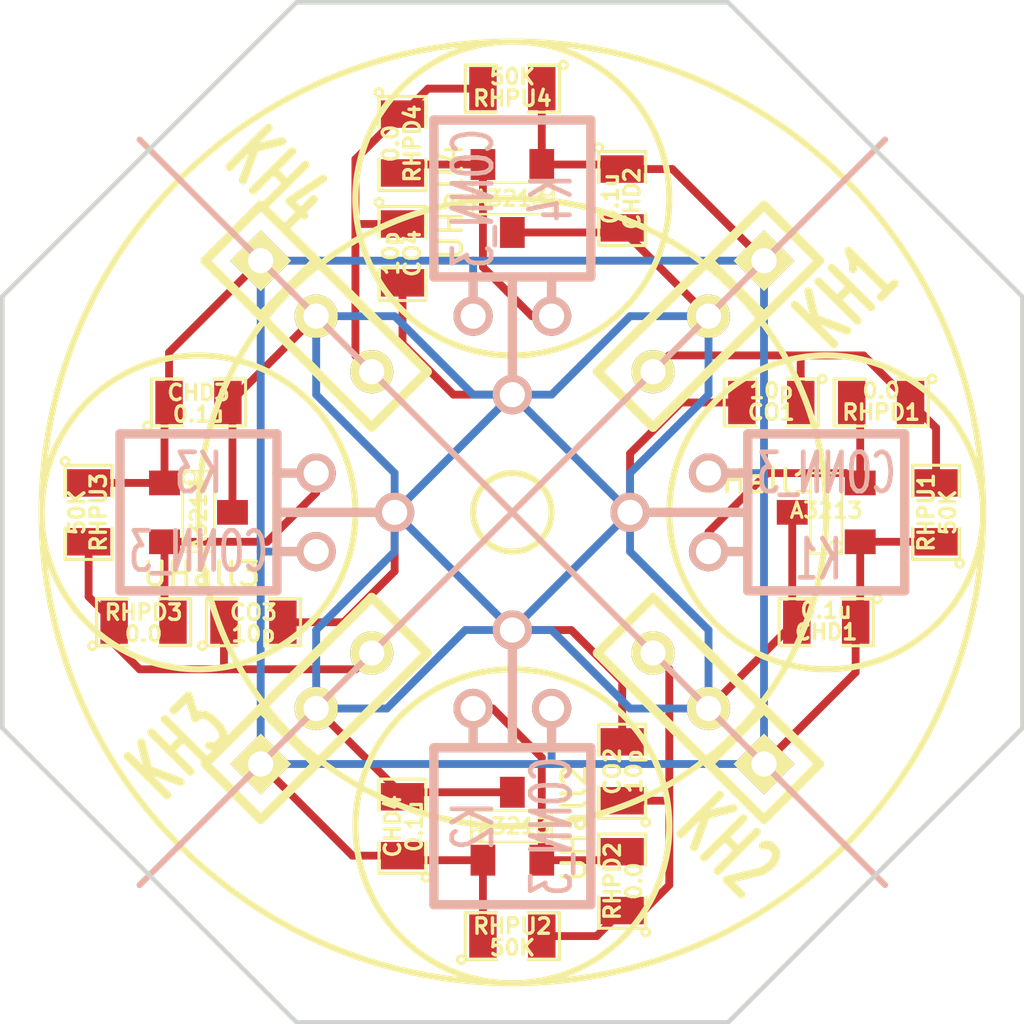
<source format=kicad_pcb>
(kicad_pcb (version 3) (host pcbnew "(2013-mar-25)-stable")

  (general
    (links 58)
    (no_connects 0)
    (area 34.214999 34.214999 67.385001 67.385001)
    (thickness 1.6)
    (drawings 20)
    (tracks 152)
    (zones 0)
    (modules 28)
    (nets 11)
  )

  (page USLetter)
  (layers
    (15 F.Cu signal)
    (0 B.Cu signal)
    (16 B.Adhes user)
    (17 F.Adhes user)
    (18 B.Paste user)
    (19 F.Paste user)
    (20 B.SilkS user)
    (21 F.SilkS user)
    (22 B.Mask user)
    (23 F.Mask user)
    (24 Dwgs.User user)
    (25 Cmts.User user)
    (26 Eco1.User user)
    (27 Eco2.User user)
    (28 Edge.Cuts user)
  )

  (setup
    (last_trace_width 0.254)
    (trace_clearance 0.254)
    (zone_clearance 0.508)
    (zone_45_only no)
    (trace_min 0.1524)
    (segment_width 0.2)
    (edge_width 0.15)
    (via_size 0.889)
    (via_drill 0.635)
    (via_min_size 0.889)
    (via_min_drill 0.508)
    (uvia_size 0.508)
    (uvia_drill 0.127)
    (uvias_allowed no)
    (uvia_min_size 0.508)
    (uvia_min_drill 0.127)
    (pcb_text_width 0.3)
    (pcb_text_size 1 1)
    (mod_edge_width 0.15)
    (mod_text_size 1 1)
    (mod_text_width 0.15)
    (pad_size 1 1)
    (pad_drill 0.6)
    (pad_to_mask_clearance 0)
    (aux_axis_origin 50.8 50.8)
    (visible_elements FFFFFFBF)
    (pcbplotparams
      (layerselection 3178497)
      (usegerberextensions true)
      (excludeedgelayer true)
      (linewidth 152400)
      (plotframeref false)
      (viasonmask false)
      (mode 1)
      (useauxorigin false)
      (hpglpennumber 1)
      (hpglpenspeed 20)
      (hpglpendiameter 15)
      (hpglpenoverlay 2)
      (psnegative false)
      (psa4output false)
      (plotreference true)
      (plotvalue true)
      (plotothertext true)
      (plotinvisibletext false)
      (padsonsilk false)
      (subtractmaskfromsilk false)
      (outputformat 1)
      (mirror false)
      (drillshape 1)
      (scaleselection 1)
      (outputdirectory ""))
  )

  (net 0 "")
  (net 1 +5V)
  (net 2 /hall1)
  (net 3 /hall2)
  (net 4 /hall3)
  (net 5 /hall4)
  (net 6 /vho1)
  (net 7 /vho2)
  (net 8 /vho3)
  (net 9 /vho4)
  (net 10 GND)

  (net_class Default "This is the default net class."
    (clearance 0.254)
    (trace_width 0.254)
    (via_dia 0.889)
    (via_drill 0.635)
    (uvia_dia 0.508)
    (uvia_drill 0.127)
    (add_net "")
    (add_net +5V)
    (add_net /hall1)
    (add_net /hall2)
    (add_net /hall3)
    (add_net /hall4)
    (add_net /vho1)
    (add_net /vho2)
    (add_net /vho3)
    (add_net /vho4)
    (add_net GND)
  )

  (net_class "OSHPark Minimum" ""
    (clearance 0.1524)
    (trace_width 0.1524)
    (via_dia 0.889)
    (via_drill 0.635)
    (uvia_dia 0.508)
    (uvia_drill 0.3302)
  )

  (module SM0805 (layer F.Cu) (tedit 5091495C) (tstamp 524450BF)
    (at 47.244 42.418 270)
    (path /524444BC)
    (attr smd)
    (fp_text reference CO4 (at 0 -0.3175 270) (layer F.SilkS)
      (effects (font (size 0.50038 0.50038) (thickness 0.10922)))
    )
    (fp_text value 10p (at 0 0.381 270) (layer F.SilkS)
      (effects (font (size 0.50038 0.50038) (thickness 0.10922)))
    )
    (fp_circle (center -1.651 0.762) (end -1.651 0.635) (layer F.SilkS) (width 0.09906))
    (fp_line (start -0.508 0.762) (end -1.524 0.762) (layer F.SilkS) (width 0.09906))
    (fp_line (start -1.524 0.762) (end -1.524 -0.762) (layer F.SilkS) (width 0.09906))
    (fp_line (start -1.524 -0.762) (end -0.508 -0.762) (layer F.SilkS) (width 0.09906))
    (fp_line (start 0.508 -0.762) (end 1.524 -0.762) (layer F.SilkS) (width 0.09906))
    (fp_line (start 1.524 -0.762) (end 1.524 0.762) (layer F.SilkS) (width 0.09906))
    (fp_line (start 1.524 0.762) (end 0.508 0.762) (layer F.SilkS) (width 0.09906))
    (pad 1 smd rect (at -0.9525 0 270) (size 0.889 1.397)
      (layers F.Cu F.Paste F.Mask)
      (net 9 /vho4)
    )
    (pad 2 smd rect (at 0.9525 0 270) (size 0.889 1.397)
      (layers F.Cu F.Paste F.Mask)
      (net 10 GND)
    )
    (model smd/chip_cms.wrl
      (at (xyz 0 0 0))
      (scale (xyz 0.1 0.1 0.1))
      (rotate (xyz 0 0 0))
    )
  )

  (module SM0805 (layer F.Cu) (tedit 5091495C) (tstamp 524450CC)
    (at 42.418 54.356)
    (path /524444B6)
    (attr smd)
    (fp_text reference CO3 (at 0 -0.3175) (layer F.SilkS)
      (effects (font (size 0.50038 0.50038) (thickness 0.10922)))
    )
    (fp_text value 10p (at 0 0.381) (layer F.SilkS)
      (effects (font (size 0.50038 0.50038) (thickness 0.10922)))
    )
    (fp_circle (center -1.651 0.762) (end -1.651 0.635) (layer F.SilkS) (width 0.09906))
    (fp_line (start -0.508 0.762) (end -1.524 0.762) (layer F.SilkS) (width 0.09906))
    (fp_line (start -1.524 0.762) (end -1.524 -0.762) (layer F.SilkS) (width 0.09906))
    (fp_line (start -1.524 -0.762) (end -0.508 -0.762) (layer F.SilkS) (width 0.09906))
    (fp_line (start 0.508 -0.762) (end 1.524 -0.762) (layer F.SilkS) (width 0.09906))
    (fp_line (start 1.524 -0.762) (end 1.524 0.762) (layer F.SilkS) (width 0.09906))
    (fp_line (start 1.524 0.762) (end 0.508 0.762) (layer F.SilkS) (width 0.09906))
    (pad 1 smd rect (at -0.9525 0) (size 0.889 1.397)
      (layers F.Cu F.Paste F.Mask)
      (net 8 /vho3)
    )
    (pad 2 smd rect (at 0.9525 0) (size 0.889 1.397)
      (layers F.Cu F.Paste F.Mask)
      (net 10 GND)
    )
    (model smd/chip_cms.wrl
      (at (xyz 0 0 0))
      (scale (xyz 0.1 0.1 0.1))
      (rotate (xyz 0 0 0))
    )
  )

  (module SM0805 (layer F.Cu) (tedit 5091495C) (tstamp 524450D9)
    (at 54.356 59.182 90)
    (path /524444B0)
    (attr smd)
    (fp_text reference CO2 (at 0 -0.3175 90) (layer F.SilkS)
      (effects (font (size 0.50038 0.50038) (thickness 0.10922)))
    )
    (fp_text value 10p (at 0 0.381 90) (layer F.SilkS)
      (effects (font (size 0.50038 0.50038) (thickness 0.10922)))
    )
    (fp_circle (center -1.651 0.762) (end -1.651 0.635) (layer F.SilkS) (width 0.09906))
    (fp_line (start -0.508 0.762) (end -1.524 0.762) (layer F.SilkS) (width 0.09906))
    (fp_line (start -1.524 0.762) (end -1.524 -0.762) (layer F.SilkS) (width 0.09906))
    (fp_line (start -1.524 -0.762) (end -0.508 -0.762) (layer F.SilkS) (width 0.09906))
    (fp_line (start 0.508 -0.762) (end 1.524 -0.762) (layer F.SilkS) (width 0.09906))
    (fp_line (start 1.524 -0.762) (end 1.524 0.762) (layer F.SilkS) (width 0.09906))
    (fp_line (start 1.524 0.762) (end 0.508 0.762) (layer F.SilkS) (width 0.09906))
    (pad 1 smd rect (at -0.9525 0 90) (size 0.889 1.397)
      (layers F.Cu F.Paste F.Mask)
      (net 7 /vho2)
    )
    (pad 2 smd rect (at 0.9525 0 90) (size 0.889 1.397)
      (layers F.Cu F.Paste F.Mask)
      (net 10 GND)
    )
    (model smd/chip_cms.wrl
      (at (xyz 0 0 0))
      (scale (xyz 0.1 0.1 0.1))
      (rotate (xyz 0 0 0))
    )
  )

  (module SM0805 (layer F.Cu) (tedit 5091495C) (tstamp 524450E6)
    (at 59.182 47.244 180)
    (path /524444A3)
    (attr smd)
    (fp_text reference CO1 (at 0 -0.3175 180) (layer F.SilkS)
      (effects (font (size 0.50038 0.50038) (thickness 0.10922)))
    )
    (fp_text value 10p (at 0 0.381 180) (layer F.SilkS)
      (effects (font (size 0.50038 0.50038) (thickness 0.10922)))
    )
    (fp_circle (center -1.651 0.762) (end -1.651 0.635) (layer F.SilkS) (width 0.09906))
    (fp_line (start -0.508 0.762) (end -1.524 0.762) (layer F.SilkS) (width 0.09906))
    (fp_line (start -1.524 0.762) (end -1.524 -0.762) (layer F.SilkS) (width 0.09906))
    (fp_line (start -1.524 -0.762) (end -0.508 -0.762) (layer F.SilkS) (width 0.09906))
    (fp_line (start 0.508 -0.762) (end 1.524 -0.762) (layer F.SilkS) (width 0.09906))
    (fp_line (start 1.524 -0.762) (end 1.524 0.762) (layer F.SilkS) (width 0.09906))
    (fp_line (start 1.524 0.762) (end 0.508 0.762) (layer F.SilkS) (width 0.09906))
    (pad 1 smd rect (at -0.9525 0 180) (size 0.889 1.397)
      (layers F.Cu F.Paste F.Mask)
      (net 6 /vho1)
    )
    (pad 2 smd rect (at 0.9525 0 180) (size 0.889 1.397)
      (layers F.Cu F.Paste F.Mask)
      (net 10 GND)
    )
    (model smd/chip_cms.wrl
      (at (xyz 0 0 0))
      (scale (xyz 0.1 0.1 0.1))
      (rotate (xyz 0 0 0))
    )
  )

  (module SM0805 (layer F.Cu) (tedit 5091495C) (tstamp 524450F3)
    (at 47.244 38.862 270)
    (path /52444296)
    (attr smd)
    (fp_text reference RHPD4 (at 0 -0.3175 270) (layer F.SilkS)
      (effects (font (size 0.50038 0.50038) (thickness 0.10922)))
    )
    (fp_text value 0.0 (at 0 0.381 270) (layer F.SilkS)
      (effects (font (size 0.50038 0.50038) (thickness 0.10922)))
    )
    (fp_circle (center -1.651 0.762) (end -1.651 0.635) (layer F.SilkS) (width 0.09906))
    (fp_line (start -0.508 0.762) (end -1.524 0.762) (layer F.SilkS) (width 0.09906))
    (fp_line (start -1.524 0.762) (end -1.524 -0.762) (layer F.SilkS) (width 0.09906))
    (fp_line (start -1.524 -0.762) (end -0.508 -0.762) (layer F.SilkS) (width 0.09906))
    (fp_line (start 0.508 -0.762) (end 1.524 -0.762) (layer F.SilkS) (width 0.09906))
    (fp_line (start 1.524 -0.762) (end 1.524 0.762) (layer F.SilkS) (width 0.09906))
    (fp_line (start 1.524 0.762) (end 0.508 0.762) (layer F.SilkS) (width 0.09906))
    (pad 1 smd rect (at -0.9525 0 270) (size 0.889 1.397)
      (layers F.Cu F.Paste F.Mask)
      (net 9 /vho4)
    )
    (pad 2 smd rect (at 0.9525 0 270) (size 0.889 1.397)
      (layers F.Cu F.Paste F.Mask)
      (net 5 /hall4)
    )
    (model smd/chip_cms.wrl
      (at (xyz 0 0 0))
      (scale (xyz 0.1 0.1 0.1))
      (rotate (xyz 0 0 0))
    )
  )

  (module SM0805 (layer F.Cu) (tedit 5091495C) (tstamp 52445100)
    (at 38.862 54.356)
    (path /52444287)
    (attr smd)
    (fp_text reference RHPD3 (at 0 -0.3175) (layer F.SilkS)
      (effects (font (size 0.50038 0.50038) (thickness 0.10922)))
    )
    (fp_text value 0.0 (at 0 0.381) (layer F.SilkS)
      (effects (font (size 0.50038 0.50038) (thickness 0.10922)))
    )
    (fp_circle (center -1.651 0.762) (end -1.651 0.635) (layer F.SilkS) (width 0.09906))
    (fp_line (start -0.508 0.762) (end -1.524 0.762) (layer F.SilkS) (width 0.09906))
    (fp_line (start -1.524 0.762) (end -1.524 -0.762) (layer F.SilkS) (width 0.09906))
    (fp_line (start -1.524 -0.762) (end -0.508 -0.762) (layer F.SilkS) (width 0.09906))
    (fp_line (start 0.508 -0.762) (end 1.524 -0.762) (layer F.SilkS) (width 0.09906))
    (fp_line (start 1.524 -0.762) (end 1.524 0.762) (layer F.SilkS) (width 0.09906))
    (fp_line (start 1.524 0.762) (end 0.508 0.762) (layer F.SilkS) (width 0.09906))
    (pad 1 smd rect (at -0.9525 0) (size 0.889 1.397)
      (layers F.Cu F.Paste F.Mask)
      (net 8 /vho3)
    )
    (pad 2 smd rect (at 0.9525 0) (size 0.889 1.397)
      (layers F.Cu F.Paste F.Mask)
      (net 4 /hall3)
    )
    (model smd/chip_cms.wrl
      (at (xyz 0 0 0))
      (scale (xyz 0.1 0.1 0.1))
      (rotate (xyz 0 0 0))
    )
  )

  (module SM0805 (layer F.Cu) (tedit 5091495C) (tstamp 5244510D)
    (at 54.356 62.738 90)
    (path /52444278)
    (attr smd)
    (fp_text reference RHPD2 (at 0 -0.3175 90) (layer F.SilkS)
      (effects (font (size 0.50038 0.50038) (thickness 0.10922)))
    )
    (fp_text value 0.0 (at 0 0.381 90) (layer F.SilkS)
      (effects (font (size 0.50038 0.50038) (thickness 0.10922)))
    )
    (fp_circle (center -1.651 0.762) (end -1.651 0.635) (layer F.SilkS) (width 0.09906))
    (fp_line (start -0.508 0.762) (end -1.524 0.762) (layer F.SilkS) (width 0.09906))
    (fp_line (start -1.524 0.762) (end -1.524 -0.762) (layer F.SilkS) (width 0.09906))
    (fp_line (start -1.524 -0.762) (end -0.508 -0.762) (layer F.SilkS) (width 0.09906))
    (fp_line (start 0.508 -0.762) (end 1.524 -0.762) (layer F.SilkS) (width 0.09906))
    (fp_line (start 1.524 -0.762) (end 1.524 0.762) (layer F.SilkS) (width 0.09906))
    (fp_line (start 1.524 0.762) (end 0.508 0.762) (layer F.SilkS) (width 0.09906))
    (pad 1 smd rect (at -0.9525 0 90) (size 0.889 1.397)
      (layers F.Cu F.Paste F.Mask)
      (net 7 /vho2)
    )
    (pad 2 smd rect (at 0.9525 0 90) (size 0.889 1.397)
      (layers F.Cu F.Paste F.Mask)
      (net 3 /hall2)
    )
    (model smd/chip_cms.wrl
      (at (xyz 0 0 0))
      (scale (xyz 0.1 0.1 0.1))
      (rotate (xyz 0 0 0))
    )
  )

  (module SM0805 (layer F.Cu) (tedit 5091495C) (tstamp 5244511A)
    (at 62.738 47.244 180)
    (path /52444269)
    (attr smd)
    (fp_text reference RHPD1 (at 0 -0.3175 180) (layer F.SilkS)
      (effects (font (size 0.50038 0.50038) (thickness 0.10922)))
    )
    (fp_text value 0.0 (at 0 0.381 180) (layer F.SilkS)
      (effects (font (size 0.50038 0.50038) (thickness 0.10922)))
    )
    (fp_circle (center -1.651 0.762) (end -1.651 0.635) (layer F.SilkS) (width 0.09906))
    (fp_line (start -0.508 0.762) (end -1.524 0.762) (layer F.SilkS) (width 0.09906))
    (fp_line (start -1.524 0.762) (end -1.524 -0.762) (layer F.SilkS) (width 0.09906))
    (fp_line (start -1.524 -0.762) (end -0.508 -0.762) (layer F.SilkS) (width 0.09906))
    (fp_line (start 0.508 -0.762) (end 1.524 -0.762) (layer F.SilkS) (width 0.09906))
    (fp_line (start 1.524 -0.762) (end 1.524 0.762) (layer F.SilkS) (width 0.09906))
    (fp_line (start 1.524 0.762) (end 0.508 0.762) (layer F.SilkS) (width 0.09906))
    (pad 1 smd rect (at -0.9525 0 180) (size 0.889 1.397)
      (layers F.Cu F.Paste F.Mask)
      (net 6 /vho1)
    )
    (pad 2 smd rect (at 0.9525 0 180) (size 0.889 1.397)
      (layers F.Cu F.Paste F.Mask)
      (net 2 /hall1)
    )
    (model smd/chip_cms.wrl
      (at (xyz 0 0 0))
      (scale (xyz 0.1 0.1 0.1))
      (rotate (xyz 0 0 0))
    )
  )

  (module SM0805 (layer F.Cu) (tedit 5091495C) (tstamp 52445127)
    (at 50.8 37.084 180)
    (path /52444100)
    (attr smd)
    (fp_text reference RHPU4 (at 0 -0.3175 180) (layer F.SilkS)
      (effects (font (size 0.50038 0.50038) (thickness 0.10922)))
    )
    (fp_text value 50K (at 0 0.381 180) (layer F.SilkS)
      (effects (font (size 0.50038 0.50038) (thickness 0.10922)))
    )
    (fp_circle (center -1.651 0.762) (end -1.651 0.635) (layer F.SilkS) (width 0.09906))
    (fp_line (start -0.508 0.762) (end -1.524 0.762) (layer F.SilkS) (width 0.09906))
    (fp_line (start -1.524 0.762) (end -1.524 -0.762) (layer F.SilkS) (width 0.09906))
    (fp_line (start -1.524 -0.762) (end -0.508 -0.762) (layer F.SilkS) (width 0.09906))
    (fp_line (start 0.508 -0.762) (end 1.524 -0.762) (layer F.SilkS) (width 0.09906))
    (fp_line (start 1.524 -0.762) (end 1.524 0.762) (layer F.SilkS) (width 0.09906))
    (fp_line (start 1.524 0.762) (end 0.508 0.762) (layer F.SilkS) (width 0.09906))
    (pad 1 smd rect (at -0.9525 0 180) (size 0.889 1.397)
      (layers F.Cu F.Paste F.Mask)
      (net 1 +5V)
    )
    (pad 2 smd rect (at 0.9525 0 180) (size 0.889 1.397)
      (layers F.Cu F.Paste F.Mask)
      (net 9 /vho4)
    )
    (model smd/chip_cms.wrl
      (at (xyz 0 0 0))
      (scale (xyz 0.1 0.1 0.1))
      (rotate (xyz 0 0 0))
    )
  )

  (module SM0805 (layer F.Cu) (tedit 5091495C) (tstamp 52445134)
    (at 37.084 50.8 270)
    (path /524440FA)
    (attr smd)
    (fp_text reference RHPU3 (at 0 -0.3175 270) (layer F.SilkS)
      (effects (font (size 0.50038 0.50038) (thickness 0.10922)))
    )
    (fp_text value 50K (at 0 0.381 270) (layer F.SilkS)
      (effects (font (size 0.50038 0.50038) (thickness 0.10922)))
    )
    (fp_circle (center -1.651 0.762) (end -1.651 0.635) (layer F.SilkS) (width 0.09906))
    (fp_line (start -0.508 0.762) (end -1.524 0.762) (layer F.SilkS) (width 0.09906))
    (fp_line (start -1.524 0.762) (end -1.524 -0.762) (layer F.SilkS) (width 0.09906))
    (fp_line (start -1.524 -0.762) (end -0.508 -0.762) (layer F.SilkS) (width 0.09906))
    (fp_line (start 0.508 -0.762) (end 1.524 -0.762) (layer F.SilkS) (width 0.09906))
    (fp_line (start 1.524 -0.762) (end 1.524 0.762) (layer F.SilkS) (width 0.09906))
    (fp_line (start 1.524 0.762) (end 0.508 0.762) (layer F.SilkS) (width 0.09906))
    (pad 1 smd rect (at -0.9525 0 270) (size 0.889 1.397)
      (layers F.Cu F.Paste F.Mask)
      (net 1 +5V)
    )
    (pad 2 smd rect (at 0.9525 0 270) (size 0.889 1.397)
      (layers F.Cu F.Paste F.Mask)
      (net 8 /vho3)
    )
    (model smd/chip_cms.wrl
      (at (xyz 0 0 0))
      (scale (xyz 0.1 0.1 0.1))
      (rotate (xyz 0 0 0))
    )
  )

  (module SM0805 (layer F.Cu) (tedit 5091495C) (tstamp 52445141)
    (at 50.8 64.516)
    (path /524440F4)
    (attr smd)
    (fp_text reference RHPU2 (at 0 -0.3175) (layer F.SilkS)
      (effects (font (size 0.50038 0.50038) (thickness 0.10922)))
    )
    (fp_text value 50K (at 0 0.381) (layer F.SilkS)
      (effects (font (size 0.50038 0.50038) (thickness 0.10922)))
    )
    (fp_circle (center -1.651 0.762) (end -1.651 0.635) (layer F.SilkS) (width 0.09906))
    (fp_line (start -0.508 0.762) (end -1.524 0.762) (layer F.SilkS) (width 0.09906))
    (fp_line (start -1.524 0.762) (end -1.524 -0.762) (layer F.SilkS) (width 0.09906))
    (fp_line (start -1.524 -0.762) (end -0.508 -0.762) (layer F.SilkS) (width 0.09906))
    (fp_line (start 0.508 -0.762) (end 1.524 -0.762) (layer F.SilkS) (width 0.09906))
    (fp_line (start 1.524 -0.762) (end 1.524 0.762) (layer F.SilkS) (width 0.09906))
    (fp_line (start 1.524 0.762) (end 0.508 0.762) (layer F.SilkS) (width 0.09906))
    (pad 1 smd rect (at -0.9525 0) (size 0.889 1.397)
      (layers F.Cu F.Paste F.Mask)
      (net 1 +5V)
    )
    (pad 2 smd rect (at 0.9525 0) (size 0.889 1.397)
      (layers F.Cu F.Paste F.Mask)
      (net 7 /vho2)
    )
    (model smd/chip_cms.wrl
      (at (xyz 0 0 0))
      (scale (xyz 0.1 0.1 0.1))
      (rotate (xyz 0 0 0))
    )
  )

  (module SM0805 (layer F.Cu) (tedit 5091495C) (tstamp 5244514E)
    (at 64.516 50.8 90)
    (path /524440E7)
    (attr smd)
    (fp_text reference RHPU1 (at 0 -0.3175 90) (layer F.SilkS)
      (effects (font (size 0.50038 0.50038) (thickness 0.10922)))
    )
    (fp_text value 50K (at 0 0.381 90) (layer F.SilkS)
      (effects (font (size 0.50038 0.50038) (thickness 0.10922)))
    )
    (fp_circle (center -1.651 0.762) (end -1.651 0.635) (layer F.SilkS) (width 0.09906))
    (fp_line (start -0.508 0.762) (end -1.524 0.762) (layer F.SilkS) (width 0.09906))
    (fp_line (start -1.524 0.762) (end -1.524 -0.762) (layer F.SilkS) (width 0.09906))
    (fp_line (start -1.524 -0.762) (end -0.508 -0.762) (layer F.SilkS) (width 0.09906))
    (fp_line (start 0.508 -0.762) (end 1.524 -0.762) (layer F.SilkS) (width 0.09906))
    (fp_line (start 1.524 -0.762) (end 1.524 0.762) (layer F.SilkS) (width 0.09906))
    (fp_line (start 1.524 0.762) (end 0.508 0.762) (layer F.SilkS) (width 0.09906))
    (pad 1 smd rect (at -0.9525 0 90) (size 0.889 1.397)
      (layers F.Cu F.Paste F.Mask)
      (net 1 +5V)
    )
    (pad 2 smd rect (at 0.9525 0 90) (size 0.889 1.397)
      (layers F.Cu F.Paste F.Mask)
      (net 6 /vho1)
    )
    (model smd/chip_cms.wrl
      (at (xyz 0 0 0))
      (scale (xyz 0.1 0.1 0.1))
      (rotate (xyz 0 0 0))
    )
  )

  (module SOT23-SPECIAL (layer F.Cu) (tedit 52448C6B) (tstamp 52445055)
    (at 60.96 50.8 90)
    (descr "SZOT23 with PIN 2 and 3 swapped, for Diodes")
    (tags SOT23)
    (path /5244347B)
    (attr smd)
    (fp_text reference UHall1 (at 1.016 -2.286 180) (layer F.SilkS)
      (effects (font (size 0.762 0.762) (thickness 0.11938)))
    )
    (fp_text value A3213 (at 0.0635 0 180) (layer F.SilkS)
      (effects (font (size 0.50038 0.50038) (thickness 0.09906)))
    )
    (fp_circle (center -1.12522 0.29972) (end -1.12522 0.50038) (layer F.SilkS) (width 0.07874))
    (fp_line (start 1.27 -0.508) (end 1.27 0.508) (layer F.SilkS) (width 0.07874))
    (fp_line (start -1.3335 -0.508) (end -1.3335 0.508) (layer F.SilkS) (width 0.07874))
    (fp_line (start 1.27 0.508) (end -1.3335 0.508) (layer F.SilkS) (width 0.07874))
    (fp_line (start -1.3335 -0.508) (end 1.27 -0.508) (layer F.SilkS) (width 0.07874))
    (pad 2 smd rect (at 0 -1.09982 90) (size 0.8001 1.00076)
      (layers F.Cu F.Paste F.Mask)
      (net 10 GND)
    )
    (pad 3 smd rect (at 0.9525 1.09982 90) (size 0.8001 1.00076)
      (layers F.Cu F.Paste F.Mask)
      (net 2 /hall1)
    )
    (pad 1 smd rect (at -0.9525 1.09982 90) (size 0.8001 1.00076)
      (layers F.Cu F.Paste F.Mask)
      (net 1 +5V)
    )
    (model smd\SOT23_3.wrl
      (at (xyz 0 0 0))
      (scale (xyz 0.4 0.4 0.4))
      (rotate (xyz 0 0 180))
    )
  )

  (module SOT23-SPECIAL (layer F.Cu) (tedit 5051A6A7) (tstamp 52445064)
    (at 50.8 60.96)
    (descr "SZOT23 with PIN 2 and 3 swapped, for Diodes")
    (tags SOT23)
    (path /52443498)
    (attr smd)
    (fp_text reference UHall2 (at 1.99898 -0.09906 90) (layer F.SilkS)
      (effects (font (size 0.762 0.762) (thickness 0.11938)))
    )
    (fp_text value A3213 (at 0.0635 0) (layer F.SilkS)
      (effects (font (size 0.50038 0.50038) (thickness 0.09906)))
    )
    (fp_circle (center -1.12522 0.29972) (end -1.12522 0.50038) (layer F.SilkS) (width 0.07874))
    (fp_line (start 1.27 -0.508) (end 1.27 0.508) (layer F.SilkS) (width 0.07874))
    (fp_line (start -1.3335 -0.508) (end -1.3335 0.508) (layer F.SilkS) (width 0.07874))
    (fp_line (start 1.27 0.508) (end -1.3335 0.508) (layer F.SilkS) (width 0.07874))
    (fp_line (start -1.3335 -0.508) (end 1.27 -0.508) (layer F.SilkS) (width 0.07874))
    (pad 2 smd rect (at 0 -1.09982) (size 0.8001 1.00076)
      (layers F.Cu F.Paste F.Mask)
      (net 10 GND)
    )
    (pad 3 smd rect (at 0.9525 1.09982) (size 0.8001 1.00076)
      (layers F.Cu F.Paste F.Mask)
      (net 3 /hall2)
    )
    (pad 1 smd rect (at -0.9525 1.09982) (size 0.8001 1.00076)
      (layers F.Cu F.Paste F.Mask)
      (net 1 +5V)
    )
    (model smd\SOT23_3.wrl
      (at (xyz 0 0 0))
      (scale (xyz 0.4 0.4 0.4))
      (rotate (xyz 0 0 180))
    )
  )

  (module SOT23-SPECIAL (layer F.Cu) (tedit 5051A6A7) (tstamp 52446C24)
    (at 40.64 50.8 270)
    (descr "SZOT23 with PIN 2 and 3 swapped, for Diodes")
    (tags SOT23)
    (path /52443B59)
    (attr smd)
    (fp_text reference UHall3 (at 1.99898 -0.09906 360) (layer F.SilkS)
      (effects (font (size 0.762 0.762) (thickness 0.11938)))
    )
    (fp_text value A3213 (at 0.0635 0 270) (layer F.SilkS)
      (effects (font (size 0.50038 0.50038) (thickness 0.09906)))
    )
    (fp_circle (center -1.12522 0.29972) (end -1.12522 0.50038) (layer F.SilkS) (width 0.07874))
    (fp_line (start 1.27 -0.508) (end 1.27 0.508) (layer F.SilkS) (width 0.07874))
    (fp_line (start -1.3335 -0.508) (end -1.3335 0.508) (layer F.SilkS) (width 0.07874))
    (fp_line (start 1.27 0.508) (end -1.3335 0.508) (layer F.SilkS) (width 0.07874))
    (fp_line (start -1.3335 -0.508) (end 1.27 -0.508) (layer F.SilkS) (width 0.07874))
    (pad 2 smd rect (at 0 -1.09982 270) (size 0.8001 1.00076)
      (layers F.Cu F.Paste F.Mask)
      (net 10 GND)
    )
    (pad 3 smd rect (at 0.9525 1.09982 270) (size 0.8001 1.00076)
      (layers F.Cu F.Paste F.Mask)
      (net 4 /hall3)
    )
    (pad 1 smd rect (at -0.9525 1.09982 270) (size 0.8001 1.00076)
      (layers F.Cu F.Paste F.Mask)
      (net 1 +5V)
    )
    (model smd\SOT23_3.wrl
      (at (xyz 0 0 0))
      (scale (xyz 0.4 0.4 0.4))
      (rotate (xyz 0 0 180))
    )
  )

  (module SOT23-SPECIAL (layer F.Cu) (tedit 5051A6A7) (tstamp 52446C06)
    (at 50.8 40.64 180)
    (descr "SZOT23 with PIN 2 and 3 swapped, for Diodes")
    (tags SOT23)
    (path /52443BB5)
    (attr smd)
    (fp_text reference UHall4 (at 1.99898 -0.09906 270) (layer F.SilkS)
      (effects (font (size 0.762 0.762) (thickness 0.11938)))
    )
    (fp_text value A3213 (at 0.0635 0 180) (layer F.SilkS)
      (effects (font (size 0.50038 0.50038) (thickness 0.09906)))
    )
    (fp_circle (center -1.12522 0.29972) (end -1.12522 0.50038) (layer F.SilkS) (width 0.07874))
    (fp_line (start 1.27 -0.508) (end 1.27 0.508) (layer F.SilkS) (width 0.07874))
    (fp_line (start -1.3335 -0.508) (end -1.3335 0.508) (layer F.SilkS) (width 0.07874))
    (fp_line (start 1.27 0.508) (end -1.3335 0.508) (layer F.SilkS) (width 0.07874))
    (fp_line (start -1.3335 -0.508) (end 1.27 -0.508) (layer F.SilkS) (width 0.07874))
    (pad 2 smd rect (at 0 -1.09982 180) (size 0.8001 1.00076)
      (layers F.Cu F.Paste F.Mask)
      (net 10 GND)
    )
    (pad 3 smd rect (at 0.9525 1.09982 180) (size 0.8001 1.00076)
      (layers F.Cu F.Paste F.Mask)
      (net 5 /hall4)
    )
    (pad 1 smd rect (at -0.9525 1.09982 180) (size 0.8001 1.00076)
      (layers F.Cu F.Paste F.Mask)
      (net 1 +5V)
    )
    (model smd\SOT23_3.wrl
      (at (xyz 0 0 0))
      (scale (xyz 0.4 0.4 0.4))
      (rotate (xyz 0 0 180))
    )
  )

  (module SIL-3 (layer F.Cu) (tedit 5244E312) (tstamp 5244DDEE)
    (at 57.15 44.45 225)
    (descr "Connecteur 3 pins")
    (tags "CONN DEV")
    (path /5244802B)
    (fp_text reference KH1 (at -3.592102 -2.694077 225) (layer F.SilkS)
      (effects (font (size 1.7907 1.07696) (thickness 0.3048)))
    )
    (fp_text value CONN_3 (at 0 -2.54 225) (layer F.SilkS) hide
      (effects (font (size 1.524 1.016) (thickness 0.3048)))
    )
    (fp_line (start -3.81 1.27) (end -3.81 -1.27) (layer F.SilkS) (width 0.3048))
    (fp_line (start -3.81 -1.27) (end 3.81 -1.27) (layer F.SilkS) (width 0.3048))
    (fp_line (start 3.81 -1.27) (end 3.81 1.27) (layer F.SilkS) (width 0.3048))
    (fp_line (start 3.81 1.27) (end -3.81 1.27) (layer F.SilkS) (width 0.3048))
    (fp_line (start -1.27 -1.27) (end -1.27 1.27) (layer F.SilkS) (width 0.3048))
    (pad 1 thru_hole rect (at -2.54 0 225) (size 1.397 1.397) (drill 0.8128)
      (layers *.Cu *.Mask F.SilkS)
      (net 1 +5V)
    )
    (pad 2 thru_hole circle (at 0 0 225) (size 1.397 1.397) (drill 0.8128)
      (layers *.Cu *.Mask F.SilkS)
      (net 10 GND)
    )
    (pad 3 thru_hole circle (at 2.54 0 225) (size 1.397 1.397) (drill 0.8128)
      (layers *.Cu *.Mask F.SilkS)
      (net 6 /vho1)
    )
  )

  (module SIL-3 (layer F.Cu) (tedit 5244E316) (tstamp 5244E26A)
    (at 57.15 57.15 135)
    (descr "Connecteur 3 pins")
    (tags "CONN DEV")
    (path /52448038)
    (fp_text reference KH2 (at -3.592102 -2.694077 135) (layer F.SilkS)
      (effects (font (size 1.7907 1.07696) (thickness 0.3048)))
    )
    (fp_text value CONN_3 (at 0 -2.54 135) (layer F.SilkS) hide
      (effects (font (size 1.524 1.016) (thickness 0.3048)))
    )
    (fp_line (start -3.81 1.27) (end -3.81 -1.27) (layer F.SilkS) (width 0.3048))
    (fp_line (start -3.81 -1.27) (end 3.81 -1.27) (layer F.SilkS) (width 0.3048))
    (fp_line (start 3.81 -1.27) (end 3.81 1.27) (layer F.SilkS) (width 0.3048))
    (fp_line (start 3.81 1.27) (end -3.81 1.27) (layer F.SilkS) (width 0.3048))
    (fp_line (start -1.27 -1.27) (end -1.27 1.27) (layer F.SilkS) (width 0.3048))
    (pad 1 thru_hole rect (at -2.54 0 135) (size 1.397 1.397) (drill 0.8128)
      (layers *.Cu *.Mask F.SilkS)
      (net 1 +5V)
    )
    (pad 2 thru_hole circle (at 0 0 135) (size 1.397 1.397) (drill 0.8128)
      (layers *.Cu *.Mask F.SilkS)
      (net 10 GND)
    )
    (pad 3 thru_hole circle (at 2.54 0 135) (size 1.397 1.397) (drill 0.8128)
      (layers *.Cu *.Mask F.SilkS)
      (net 7 /vho2)
    )
  )

  (module SIL-3 (layer F.Cu) (tedit 5244E33B) (tstamp 52448031)
    (at 44.45 57.15 45)
    (descr "Connecteur 3 pins")
    (tags "CONN DEV")
    (path /5244803E)
    (fp_text reference KH3 (at -4.041115 -2.245064 45) (layer F.SilkS)
      (effects (font (size 1.7907 1.07696) (thickness 0.3048)))
    )
    (fp_text value CONN_3 (at 0 -2.54 45) (layer F.SilkS) hide
      (effects (font (size 1.524 1.016) (thickness 0.3048)))
    )
    (fp_line (start -3.81 1.27) (end -3.81 -1.27) (layer F.SilkS) (width 0.3048))
    (fp_line (start -3.81 -1.27) (end 3.81 -1.27) (layer F.SilkS) (width 0.3048))
    (fp_line (start 3.81 -1.27) (end 3.81 1.27) (layer F.SilkS) (width 0.3048))
    (fp_line (start 3.81 1.27) (end -3.81 1.27) (layer F.SilkS) (width 0.3048))
    (fp_line (start -1.27 -1.27) (end -1.27 1.27) (layer F.SilkS) (width 0.3048))
    (pad 1 thru_hole rect (at -2.54 0 45) (size 1.397 1.397) (drill 0.8128)
      (layers *.Cu *.Mask F.SilkS)
      (net 1 +5V)
    )
    (pad 2 thru_hole circle (at 0 0 45) (size 1.397 1.397) (drill 0.8128)
      (layers *.Cu *.Mask F.SilkS)
      (net 10 GND)
    )
    (pad 3 thru_hole circle (at 2.54 0 45) (size 1.397 1.397) (drill 0.8128)
      (layers *.Cu *.Mask F.SilkS)
      (net 8 /vho3)
    )
  )

  (module SIL-3 (layer F.Cu) (tedit 5244E346) (tstamp 5244803D)
    (at 44.45 44.45 315)
    (descr "Connecteur 3 pins")
    (tags "CONN DEV")
    (path /52448044)
    (fp_text reference KH4 (at -4.041115 -2.245064 315) (layer F.SilkS)
      (effects (font (size 1.7907 1.07696) (thickness 0.3048)))
    )
    (fp_text value CONN_3 (at 0 -2.54 315) (layer F.SilkS) hide
      (effects (font (size 1.524 1.016) (thickness 0.3048)))
    )
    (fp_line (start -3.81 1.27) (end -3.81 -1.27) (layer F.SilkS) (width 0.3048))
    (fp_line (start -3.81 -1.27) (end 3.81 -1.27) (layer F.SilkS) (width 0.3048))
    (fp_line (start 3.81 -1.27) (end 3.81 1.27) (layer F.SilkS) (width 0.3048))
    (fp_line (start 3.81 1.27) (end -3.81 1.27) (layer F.SilkS) (width 0.3048))
    (fp_line (start -1.27 -1.27) (end -1.27 1.27) (layer F.SilkS) (width 0.3048))
    (pad 1 thru_hole rect (at -2.54 0 315) (size 1.397 1.397) (drill 0.8128)
      (layers *.Cu *.Mask F.SilkS)
      (net 1 +5V)
    )
    (pad 2 thru_hole circle (at 0 0 315) (size 1.397 1.397) (drill 0.8128)
      (layers *.Cu *.Mask F.SilkS)
      (net 10 GND)
    )
    (pad 3 thru_hole circle (at 2.54 0 315) (size 1.397 1.397) (drill 0.8128)
      (layers *.Cu *.Mask F.SilkS)
      (net 9 /vho4)
    )
  )

  (module SM0805 (layer F.Cu) (tedit 5091495C) (tstamp 5244508E)
    (at 60.96 54.356 180)
    (path /52443F3E)
    (attr smd)
    (fp_text reference CHD1 (at 0 -0.3175 180) (layer F.SilkS)
      (effects (font (size 0.50038 0.50038) (thickness 0.10922)))
    )
    (fp_text value 0.1u (at 0 0.381 180) (layer F.SilkS)
      (effects (font (size 0.50038 0.50038) (thickness 0.10922)))
    )
    (fp_circle (center -1.651 0.762) (end -1.651 0.635) (layer F.SilkS) (width 0.09906))
    (fp_line (start -0.508 0.762) (end -1.524 0.762) (layer F.SilkS) (width 0.09906))
    (fp_line (start -1.524 0.762) (end -1.524 -0.762) (layer F.SilkS) (width 0.09906))
    (fp_line (start -1.524 -0.762) (end -0.508 -0.762) (layer F.SilkS) (width 0.09906))
    (fp_line (start 0.508 -0.762) (end 1.524 -0.762) (layer F.SilkS) (width 0.09906))
    (fp_line (start 1.524 -0.762) (end 1.524 0.762) (layer F.SilkS) (width 0.09906))
    (fp_line (start 1.524 0.762) (end 0.508 0.762) (layer F.SilkS) (width 0.09906))
    (pad 1 smd rect (at -0.9525 0 180) (size 0.889 1.397)
      (layers F.Cu F.Paste F.Mask)
      (net 1 +5V)
    )
    (pad 2 smd rect (at 0.9525 0 180) (size 0.889 1.397)
      (layers F.Cu F.Paste F.Mask)
      (net 10 GND)
    )
    (model smd/chip_cms.wrl
      (at (xyz 0 0 0))
      (scale (xyz 0.1 0.1 0.1))
      (rotate (xyz 0 0 0))
    )
  )

  (module SM0805 (layer F.Cu) (tedit 5091495C) (tstamp 5244509A)
    (at 54.356 40.64 270)
    (path /52443F4D)
    (attr smd)
    (fp_text reference CHD2 (at 0 -0.3175 270) (layer F.SilkS)
      (effects (font (size 0.50038 0.50038) (thickness 0.10922)))
    )
    (fp_text value 0.1u (at 0 0.381 270) (layer F.SilkS)
      (effects (font (size 0.50038 0.50038) (thickness 0.10922)))
    )
    (fp_circle (center -1.651 0.762) (end -1.651 0.635) (layer F.SilkS) (width 0.09906))
    (fp_line (start -0.508 0.762) (end -1.524 0.762) (layer F.SilkS) (width 0.09906))
    (fp_line (start -1.524 0.762) (end -1.524 -0.762) (layer F.SilkS) (width 0.09906))
    (fp_line (start -1.524 -0.762) (end -0.508 -0.762) (layer F.SilkS) (width 0.09906))
    (fp_line (start 0.508 -0.762) (end 1.524 -0.762) (layer F.SilkS) (width 0.09906))
    (fp_line (start 1.524 -0.762) (end 1.524 0.762) (layer F.SilkS) (width 0.09906))
    (fp_line (start 1.524 0.762) (end 0.508 0.762) (layer F.SilkS) (width 0.09906))
    (pad 1 smd rect (at -0.9525 0 270) (size 0.889 1.397)
      (layers F.Cu F.Paste F.Mask)
      (net 1 +5V)
    )
    (pad 2 smd rect (at 0.9525 0 270) (size 0.889 1.397)
      (layers F.Cu F.Paste F.Mask)
      (net 10 GND)
    )
    (model smd/chip_cms.wrl
      (at (xyz 0 0 0))
      (scale (xyz 0.1 0.1 0.1))
      (rotate (xyz 0 0 0))
    )
  )

  (module SM0805 (layer F.Cu) (tedit 5091495C) (tstamp 524450A6)
    (at 40.64 47.244)
    (path /52443F55)
    (attr smd)
    (fp_text reference CHD3 (at 0 -0.3175) (layer F.SilkS)
      (effects (font (size 0.50038 0.50038) (thickness 0.10922)))
    )
    (fp_text value 0.1u (at 0 0.381) (layer F.SilkS)
      (effects (font (size 0.50038 0.50038) (thickness 0.10922)))
    )
    (fp_circle (center -1.651 0.762) (end -1.651 0.635) (layer F.SilkS) (width 0.09906))
    (fp_line (start -0.508 0.762) (end -1.524 0.762) (layer F.SilkS) (width 0.09906))
    (fp_line (start -1.524 0.762) (end -1.524 -0.762) (layer F.SilkS) (width 0.09906))
    (fp_line (start -1.524 -0.762) (end -0.508 -0.762) (layer F.SilkS) (width 0.09906))
    (fp_line (start 0.508 -0.762) (end 1.524 -0.762) (layer F.SilkS) (width 0.09906))
    (fp_line (start 1.524 -0.762) (end 1.524 0.762) (layer F.SilkS) (width 0.09906))
    (fp_line (start 1.524 0.762) (end 0.508 0.762) (layer F.SilkS) (width 0.09906))
    (pad 1 smd rect (at -0.9525 0) (size 0.889 1.397)
      (layers F.Cu F.Paste F.Mask)
      (net 1 +5V)
    )
    (pad 2 smd rect (at 0.9525 0) (size 0.889 1.397)
      (layers F.Cu F.Paste F.Mask)
      (net 10 GND)
    )
    (model smd/chip_cms.wrl
      (at (xyz 0 0 0))
      (scale (xyz 0.1 0.1 0.1))
      (rotate (xyz 0 0 0))
    )
  )

  (module SM0805 (layer F.Cu) (tedit 5091495C) (tstamp 524450B2)
    (at 47.244 60.96 90)
    (path /52443F5C)
    (attr smd)
    (fp_text reference CHD4 (at 0 -0.3175 90) (layer F.SilkS)
      (effects (font (size 0.50038 0.50038) (thickness 0.10922)))
    )
    (fp_text value 0.1u (at 0 0.381 90) (layer F.SilkS)
      (effects (font (size 0.50038 0.50038) (thickness 0.10922)))
    )
    (fp_circle (center -1.651 0.762) (end -1.651 0.635) (layer F.SilkS) (width 0.09906))
    (fp_line (start -0.508 0.762) (end -1.524 0.762) (layer F.SilkS) (width 0.09906))
    (fp_line (start -1.524 0.762) (end -1.524 -0.762) (layer F.SilkS) (width 0.09906))
    (fp_line (start -1.524 -0.762) (end -0.508 -0.762) (layer F.SilkS) (width 0.09906))
    (fp_line (start 0.508 -0.762) (end 1.524 -0.762) (layer F.SilkS) (width 0.09906))
    (fp_line (start 1.524 -0.762) (end 1.524 0.762) (layer F.SilkS) (width 0.09906))
    (fp_line (start 1.524 0.762) (end 0.508 0.762) (layer F.SilkS) (width 0.09906))
    (pad 1 smd rect (at -0.9525 0 90) (size 0.889 1.397)
      (layers F.Cu F.Paste F.Mask)
      (net 1 +5V)
    )
    (pad 2 smd rect (at 0.9525 0 90) (size 0.889 1.397)
      (layers F.Cu F.Paste F.Mask)
      (net 10 GND)
    )
    (model smd/chip_cms.wrl
      (at (xyz 0 0 0))
      (scale (xyz 0.1 0.1 0.1))
      (rotate (xyz 0 0 0))
    )
  )

  (module TO92H (layer B.Cu) (tedit 52448F4C) (tstamp 52448EC4)
    (at 55.88 50.8)
    (path /52449005)
    (fp_text reference K1 (at 4.826 1.524) (layer B.SilkS)
      (effects (font (size 1.27 0.762) (thickness 0.1524)) (justify mirror))
    )
    (fp_text value CONN_3 (at 5.08 -1.27) (layer B.SilkS)
      (effects (font (size 1.27 0.762) (thickness 0.1524)) (justify mirror))
    )
    (fp_line (start 2.54 2.54) (end 7.62 2.54) (layer B.SilkS) (width 0.3048))
    (fp_line (start 7.62 2.54) (end 7.62 -2.54) (layer B.SilkS) (width 0.3048))
    (fp_line (start 7.62 -2.54) (end 2.54 -2.54) (layer B.SilkS) (width 0.3048))
    (fp_line (start 2.54 -2.54) (end 2.54 2.54) (layer B.SilkS) (width 0.3048))
    (fp_line (start 1.27 1.27) (end 2.54 1.27) (layer B.SilkS) (width 0.3048))
    (fp_line (start -1.27 0) (end 2.54 0) (layer B.SilkS) (width 0.3048))
    (fp_line (start 1.27 -1.27) (end 2.54 -1.27) (layer B.SilkS) (width 0.3048))
    (pad 2 thru_hole circle (at -1.27 0) (size 1.27 1.27) (drill 0.8128)
      (layers *.Cu *.Mask B.SilkS)
      (net 10 GND)
    )
    (pad 1 thru_hole circle (at 1.27 -1.27) (size 1.27 1.27) (drill 0.8128)
      (layers *.Cu *.Mask B.SilkS)
      (net 1 +5V)
    )
    (pad 3 thru_hole circle (at 1.27 1.27) (size 1.27 1.27) (drill 0.8128)
      (layers *.Cu *.Mask B.SilkS)
      (net 2 /hall1)
    )
  )

  (module TO92H (layer B.Cu) (tedit 45128CBD) (tstamp 52448ED2)
    (at 50.8 55.88 270)
    (path /5244912D)
    (fp_text reference K2 (at 5.08 1.27 270) (layer B.SilkS)
      (effects (font (size 1.27 0.762) (thickness 0.1524)) (justify mirror))
    )
    (fp_text value CONN_3 (at 5.08 -1.27 270) (layer B.SilkS)
      (effects (font (size 1.27 0.762) (thickness 0.1524)) (justify mirror))
    )
    (fp_line (start 2.54 2.54) (end 7.62 2.54) (layer B.SilkS) (width 0.3048))
    (fp_line (start 7.62 2.54) (end 7.62 -2.54) (layer B.SilkS) (width 0.3048))
    (fp_line (start 7.62 -2.54) (end 2.54 -2.54) (layer B.SilkS) (width 0.3048))
    (fp_line (start 2.54 -2.54) (end 2.54 2.54) (layer B.SilkS) (width 0.3048))
    (fp_line (start 1.27 1.27) (end 2.54 1.27) (layer B.SilkS) (width 0.3048))
    (fp_line (start -1.27 0) (end 2.54 0) (layer B.SilkS) (width 0.3048))
    (fp_line (start 1.27 -1.27) (end 2.54 -1.27) (layer B.SilkS) (width 0.3048))
    (pad 2 thru_hole circle (at -1.27 0 270) (size 1.27 1.27) (drill 0.8128)
      (layers *.Cu *.Mask B.SilkS)
      (net 10 GND)
    )
    (pad 1 thru_hole circle (at 1.27 -1.27 270) (size 1.27 1.27) (drill 0.8128)
      (layers *.Cu *.Mask B.SilkS)
      (net 1 +5V)
    )
    (pad 3 thru_hole circle (at 1.27 1.27 270) (size 1.27 1.27) (drill 0.8128)
      (layers *.Cu *.Mask B.SilkS)
      (net 3 /hall2)
    )
  )

  (module TO92H (layer B.Cu) (tedit 45128CBD) (tstamp 52448EE0)
    (at 45.72 50.8 180)
    (path /52449151)
    (fp_text reference K3 (at 5.08 1.27 180) (layer B.SilkS)
      (effects (font (size 1.27 0.762) (thickness 0.1524)) (justify mirror))
    )
    (fp_text value CONN_3 (at 5.08 -1.27 180) (layer B.SilkS)
      (effects (font (size 1.27 0.762) (thickness 0.1524)) (justify mirror))
    )
    (fp_line (start 2.54 2.54) (end 7.62 2.54) (layer B.SilkS) (width 0.3048))
    (fp_line (start 7.62 2.54) (end 7.62 -2.54) (layer B.SilkS) (width 0.3048))
    (fp_line (start 7.62 -2.54) (end 2.54 -2.54) (layer B.SilkS) (width 0.3048))
    (fp_line (start 2.54 -2.54) (end 2.54 2.54) (layer B.SilkS) (width 0.3048))
    (fp_line (start 1.27 1.27) (end 2.54 1.27) (layer B.SilkS) (width 0.3048))
    (fp_line (start -1.27 0) (end 2.54 0) (layer B.SilkS) (width 0.3048))
    (fp_line (start 1.27 -1.27) (end 2.54 -1.27) (layer B.SilkS) (width 0.3048))
    (pad 2 thru_hole circle (at -1.27 0 180) (size 1.27 1.27) (drill 0.8128)
      (layers *.Cu *.Mask B.SilkS)
      (net 10 GND)
    )
    (pad 1 thru_hole circle (at 1.27 -1.27 180) (size 1.27 1.27) (drill 0.8128)
      (layers *.Cu *.Mask B.SilkS)
      (net 1 +5V)
    )
    (pad 3 thru_hole circle (at 1.27 1.27 180) (size 1.27 1.27) (drill 0.8128)
      (layers *.Cu *.Mask B.SilkS)
      (net 4 /hall3)
    )
  )

  (module TO92H (layer B.Cu) (tedit 45128CBD) (tstamp 52448EEE)
    (at 50.8 45.72 90)
    (path /52449166)
    (fp_text reference K4 (at 5.08 1.27 90) (layer B.SilkS)
      (effects (font (size 1.27 0.762) (thickness 0.1524)) (justify mirror))
    )
    (fp_text value CONN_3 (at 5.08 -1.27 90) (layer B.SilkS)
      (effects (font (size 1.27 0.762) (thickness 0.1524)) (justify mirror))
    )
    (fp_line (start 2.54 2.54) (end 7.62 2.54) (layer B.SilkS) (width 0.3048))
    (fp_line (start 7.62 2.54) (end 7.62 -2.54) (layer B.SilkS) (width 0.3048))
    (fp_line (start 7.62 -2.54) (end 2.54 -2.54) (layer B.SilkS) (width 0.3048))
    (fp_line (start 2.54 -2.54) (end 2.54 2.54) (layer B.SilkS) (width 0.3048))
    (fp_line (start 1.27 1.27) (end 2.54 1.27) (layer B.SilkS) (width 0.3048))
    (fp_line (start -1.27 0) (end 2.54 0) (layer B.SilkS) (width 0.3048))
    (fp_line (start 1.27 -1.27) (end 2.54 -1.27) (layer B.SilkS) (width 0.3048))
    (pad 2 thru_hole circle (at -1.27 0 90) (size 1.27 1.27) (drill 0.8128)
      (layers *.Cu *.Mask B.SilkS)
      (net 10 GND)
    )
    (pad 1 thru_hole circle (at 1.27 -1.27 90) (size 1.27 1.27) (drill 0.8128)
      (layers *.Cu *.Mask B.SilkS)
      (net 1 +5V)
    )
    (pad 3 thru_hole circle (at 1.27 1.27 90) (size 1.27 1.27) (drill 0.8128)
      (layers *.Cu *.Mask B.SilkS)
      (net 5 /hall4)
    )
  )

  (gr_line (start 34.29 57.785) (end 34.29 50.8) (angle 90) (layer Edge.Cuts) (width 0.15))
  (gr_line (start 43.815 67.31) (end 34.29 57.785) (angle 90) (layer Edge.Cuts) (width 0.15))
  (gr_line (start 57.785 67.31) (end 43.815 67.31) (angle 90) (layer Edge.Cuts) (width 0.15))
  (gr_line (start 67.31 57.785) (end 57.785 67.31) (angle 90) (layer Edge.Cuts) (width 0.15))
  (gr_line (start 67.31 43.815) (end 67.31 57.785) (angle 90) (layer Edge.Cuts) (width 0.15))
  (gr_line (start 57.785 34.29) (end 67.31 43.815) (angle 90) (layer Edge.Cuts) (width 0.15))
  (gr_line (start 43.815 34.29) (end 57.785 34.29) (angle 90) (layer Edge.Cuts) (width 0.15))
  (gr_line (start 34.29 43.815) (end 43.815 34.29) (angle 90) (layer Edge.Cuts) (width 0.15))
  (gr_line (start 34.29 50.8) (end 34.29 43.815) (angle 90) (layer Edge.Cuts) (width 0.15))
  (gr_line (start 50.8 50.8) (end 38.735 38.735) (angle 90) (layer B.SilkS) (width 0.2))
  (gr_line (start 50.8 50.8) (end 38.735 62.865) (angle 90) (layer B.SilkS) (width 0.2))
  (gr_line (start 50.8 50.8) (end 62.865 62.865) (angle 90) (layer B.SilkS) (width 0.2))
  (gr_line (start 50.8 50.8) (end 62.865 38.735) (angle 90) (layer B.SilkS) (width 0.2))
  (gr_circle (center 50.8 40.64) (end 50.8 35.56) (layer F.SilkS) (width 0.2))
  (gr_circle (center 40.64 50.8) (end 35.56 50.8) (layer F.SilkS) (width 0.2))
  (gr_circle (center 50.8 60.96) (end 50.8 66.04) (layer F.SilkS) (width 0.2))
  (gr_circle (center 60.96 50.8) (end 66.04 50.8) (layer F.SilkS) (width 0.2))
  (gr_circle (center 50.8 50.8) (end 66.04 50.8) (layer F.SilkS) (width 0.2))
  (gr_circle (center 50.8 50.8) (end 52.07 50.8) (layer F.SilkS) (width 0.2))
  (gr_circle (center 50.8 50.8) (end 60.96 50.8) (layer F.SilkS) (width 0.2))

  (segment (start 49.53 44.45) (end 49.53 42.653949) (width 0.254) (layer B.Cu) (net 1))
  (segment (start 49.53 42.653949) (end 49.53 42.672) (width 0.254) (layer B.Cu) (net 1) (tstamp 5244E9D1))
  (segment (start 49.53 42.672) (end 49.53 42.653949) (width 0.254) (layer B.Cu) (net 1) (tstamp 5244E9D3))
  (segment (start 44.45 52.07) (end 42.653949 52.07) (width 0.254) (layer B.Cu) (net 1))
  (segment (start 42.653949 52.07) (end 42.672 52.07) (width 0.254) (layer B.Cu) (net 1) (tstamp 5244E9CC))
  (segment (start 42.672 52.07) (end 42.653949 52.07) (width 0.254) (layer B.Cu) (net 1) (tstamp 5244E9CE))
  (segment (start 52.07 57.15) (end 52.07 58.946051) (width 0.254) (layer B.Cu) (net 1))
  (segment (start 52.07 58.946051) (end 52.07 58.928) (width 0.254) (layer B.Cu) (net 1) (tstamp 5244E9C7))
  (segment (start 52.07 58.928) (end 52.07 58.946051) (width 0.254) (layer B.Cu) (net 1) (tstamp 5244E9C9))
  (segment (start 57.15 49.53) (end 58.946051 49.53) (width 0.254) (layer B.Cu) (net 1))
  (segment (start 58.946051 49.53) (end 58.928 49.53) (width 0.254) (layer B.Cu) (net 1) (tstamp 5244E9C2))
  (segment (start 58.928 49.53) (end 58.946051 49.53) (width 0.254) (layer B.Cu) (net 1) (tstamp 5244E9C4))
  (segment (start 58.946051 42.653949) (end 58.946051 49.53) (width 0.254) (layer B.Cu) (net 1))
  (segment (start 58.946051 49.53) (end 58.946051 58.946051) (width 0.254) (layer B.Cu) (net 1) (tstamp 5244E9C5))
  (segment (start 58.946051 58.946051) (end 52.07 58.946051) (width 0.254) (layer B.Cu) (net 1) (tstamp 5244E9A9))
  (segment (start 52.07 58.946051) (end 42.653949 58.946051) (width 0.254) (layer B.Cu) (net 1) (tstamp 5244E9CA))
  (segment (start 42.653949 58.946051) (end 42.653949 52.07) (width 0.254) (layer B.Cu) (net 1) (tstamp 5244E9AC))
  (segment (start 42.653949 52.07) (end 42.653949 42.653949) (width 0.254) (layer B.Cu) (net 1) (tstamp 5244E9CF))
  (segment (start 42.653949 42.653949) (end 49.53 42.653949) (width 0.254) (layer B.Cu) (net 1) (tstamp 5244E9B8))
  (segment (start 49.53 42.653949) (end 58.946051 42.653949) (width 0.254) (layer B.Cu) (net 1) (tstamp 5244E9D4))
  (segment (start 51.7525 39.54018) (end 51.7525 37.084) (width 0.254) (layer F.Cu) (net 1))
  (segment (start 51.7525 39.54018) (end 54.20868 39.54018) (width 0.254) (layer F.Cu) (net 1))
  (segment (start 54.20868 39.54018) (end 54.356 39.6875) (width 0.254) (layer F.Cu) (net 1) (tstamp 5244E616))
  (segment (start 54.356 39.6875) (end 55.979602 39.6875) (width 0.254) (layer F.Cu) (net 1))
  (segment (start 55.979602 39.6875) (end 58.946051 42.653949) (width 0.254) (layer F.Cu) (net 1) (tstamp 5244E611))
  (segment (start 39.54018 49.8475) (end 37.084 49.8475) (width 0.254) (layer F.Cu) (net 1))
  (segment (start 39.54018 49.8475) (end 39.54018 47.39132) (width 0.254) (layer F.Cu) (net 1))
  (segment (start 39.54018 47.39132) (end 39.6875 47.244) (width 0.254) (layer F.Cu) (net 1) (tstamp 5244E609))
  (segment (start 39.6875 47.244) (end 39.6875 45.620398) (width 0.254) (layer F.Cu) (net 1))
  (segment (start 39.6875 45.620398) (end 42.653949 42.653949) (width 0.254) (layer F.Cu) (net 1) (tstamp 5244E604))
  (segment (start 49.8475 62.05982) (end 49.8475 64.516) (width 0.254) (layer F.Cu) (net 1))
  (segment (start 49.8475 62.05982) (end 47.39132 62.05982) (width 0.254) (layer F.Cu) (net 1))
  (segment (start 47.39132 62.05982) (end 47.244 61.9125) (width 0.254) (layer F.Cu) (net 1) (tstamp 5244E5F7))
  (segment (start 47.244 61.9125) (end 45.620398 61.9125) (width 0.254) (layer F.Cu) (net 1))
  (segment (start 45.620398 61.9125) (end 42.653949 58.946051) (width 0.254) (layer F.Cu) (net 1) (tstamp 5244E5F2))
  (segment (start 61.9125 54.356) (end 61.9125 55.979602) (width 0.254) (layer F.Cu) (net 1))
  (segment (start 61.9125 55.979602) (end 58.946051 58.946051) (width 0.254) (layer F.Cu) (net 1) (tstamp 5244E5E5))
  (segment (start 62.05982 51.7525) (end 62.05982 54.20868) (width 0.254) (layer F.Cu) (net 1))
  (segment (start 62.05982 54.20868) (end 61.9125 54.356) (width 0.254) (layer F.Cu) (net 1) (tstamp 5244E575))
  (segment (start 62.05982 51.7525) (end 64.516 51.7525) (width 0.254) (layer F.Cu) (net 1))
  (segment (start 57.15 52.07) (end 57.15 51.435) (width 0.254) (layer F.Cu) (net 2))
  (segment (start 61.595 49.53) (end 62.05982 49.8475) (width 0.254) (layer F.Cu) (net 2) (tstamp 5244E566))
  (segment (start 59.055 49.53) (end 61.595 49.53) (width 0.254) (layer F.Cu) (net 2) (tstamp 5244E55E))
  (segment (start 57.15 51.435) (end 59.055 49.53) (width 0.254) (layer F.Cu) (net 2) (tstamp 5244E551))
  (segment (start 62.05982 49.8475) (end 62.05982 47.51832) (width 0.254) (layer F.Cu) (net 2))
  (segment (start 62.05982 47.51832) (end 61.7855 47.244) (width 0.254) (layer F.Cu) (net 2) (tstamp 5244E548))
  (segment (start 51.7525 62.05982) (end 54.08168 62.05982) (width 0.254) (layer F.Cu) (net 3))
  (segment (start 54.08168 62.05982) (end 54.356 61.7855) (width 0.254) (layer F.Cu) (net 3) (tstamp 5244E679))
  (segment (start 51.7525 62.05982) (end 51.7525 58.7375) (width 0.254) (layer F.Cu) (net 3))
  (segment (start 50.165 57.15) (end 49.53 57.15) (width 0.254) (layer F.Cu) (net 3) (tstamp 5244E672))
  (segment (start 51.7525 58.7375) (end 50.165 57.15) (width 0.254) (layer F.Cu) (net 3) (tstamp 5244E65B))
  (segment (start 39.54018 51.7525) (end 42.8625 51.7525) (width 0.254) (layer F.Cu) (net 4))
  (segment (start 44.45 50.165) (end 44.45 49.53) (width 0.254) (layer F.Cu) (net 4) (tstamp 5244E778))
  (segment (start 42.8625 51.7525) (end 44.45 50.165) (width 0.254) (layer F.Cu) (net 4) (tstamp 5244E765))
  (segment (start 39.54018 51.7525) (end 39.54018 54.08168) (width 0.254) (layer F.Cu) (net 4))
  (segment (start 39.54018 54.08168) (end 39.8145 54.356) (width 0.254) (layer F.Cu) (net 4) (tstamp 5244E6E4))
  (segment (start 49.8475 39.54018) (end 47.51832 39.54018) (width 0.254) (layer F.Cu) (net 5))
  (segment (start 47.51832 39.54018) (end 47.244 39.8145) (width 0.254) (layer F.Cu) (net 5) (tstamp 5244E7B2))
  (segment (start 49.8475 39.54018) (end 49.8475 42.8625) (width 0.254) (layer F.Cu) (net 5))
  (segment (start 51.435 44.45) (end 52.07 44.45) (width 0.254) (layer F.Cu) (net 5) (tstamp 5244E7A1))
  (segment (start 49.8475 42.8625) (end 51.435 44.45) (width 0.254) (layer F.Cu) (net 5) (tstamp 5244E799))
  (segment (start 64.516 49.8475) (end 64.516 48.0695) (width 0.254) (layer F.Cu) (net 6))
  (segment (start 64.516 48.0695) (end 63.6905 47.244) (width 0.254) (layer F.Cu) (net 6) (tstamp 5244EB93))
  (segment (start 60.1345 47.244) (end 60.1345 45.72) (width 0.254) (layer F.Cu) (net 6))
  (segment (start 60.1345 45.72) (end 60.325 45.72) (width 0.254) (layer F.Cu) (net 6) (tstamp 5244E524))
  (segment (start 55.88 45.72) (end 55.353949 46.246051) (width 0.254) (layer F.Cu) (net 6) (tstamp 5244E51C))
  (segment (start 62.1665 45.72) (end 60.325 45.72) (width 0.254) (layer F.Cu) (net 6) (tstamp 5244E502))
  (segment (start 60.325 45.72) (end 55.88 45.72) (width 0.254) (layer F.Cu) (net 6) (tstamp 5244E52B))
  (segment (start 64.516 48.0695) (end 62.1665 45.72) (width 0.254) (layer F.Cu) (net 6) (tstamp 5244E4FF))
  (segment (start 51.7525 64.516) (end 53.5305 64.516) (width 0.254) (layer F.Cu) (net 7))
  (segment (start 53.5305 64.516) (end 54.356 63.6905) (width 0.254) (layer F.Cu) (net 7) (tstamp 5244E6A0))
  (segment (start 54.356 60.1345) (end 55.88 60.1345) (width 0.254) (layer F.Cu) (net 7))
  (segment (start 55.88 60.1345) (end 55.88 60.325) (width 0.254) (layer F.Cu) (net 7) (tstamp 5244E69B))
  (segment (start 54.356 63.6905) (end 55.0545 63.6905) (width 0.254) (layer F.Cu) (net 7))
  (segment (start 55.88 55.88) (end 55.353949 55.353949) (width 0.254) (layer F.Cu) (net 7) (tstamp 5244E697))
  (segment (start 55.88 62.865) (end 55.88 60.325) (width 0.254) (layer F.Cu) (net 7) (tstamp 5244E694))
  (segment (start 55.88 60.325) (end 55.88 55.88) (width 0.254) (layer F.Cu) (net 7) (tstamp 5244E69E))
  (segment (start 55.0545 63.6905) (end 55.88 62.865) (width 0.254) (layer F.Cu) (net 7) (tstamp 5244E68A))
  (segment (start 41.4655 54.356) (end 41.4655 55.88) (width 0.254) (layer F.Cu) (net 8))
  (segment (start 41.4655 55.88) (end 41.275 55.88) (width 0.254) (layer F.Cu) (net 8) (tstamp 5244E72B))
  (segment (start 37.084 51.7525) (end 37.084 53.5305) (width 0.254) (layer F.Cu) (net 8))
  (segment (start 37.084 53.5305) (end 37.9095 54.356) (width 0.254) (layer F.Cu) (net 8) (tstamp 5244E723))
  (segment (start 46.246051 55.353949) (end 45.72 55.88) (width 0.254) (layer F.Cu) (net 8))
  (segment (start 37.9095 55.0545) (end 37.9095 54.356) (width 0.254) (layer F.Cu) (net 8) (tstamp 5244E718))
  (segment (start 38.735 55.88) (end 37.9095 55.0545) (width 0.254) (layer F.Cu) (net 8) (tstamp 5244E702))
  (segment (start 45.72 55.88) (end 41.275 55.88) (width 0.254) (layer F.Cu) (net 8) (tstamp 5244E6FF))
  (segment (start 41.275 55.88) (end 38.735 55.88) (width 0.254) (layer F.Cu) (net 8) (tstamp 5244E72E))
  (segment (start 49.8475 37.084) (end 48.0695 37.084) (width 0.254) (layer F.Cu) (net 9))
  (segment (start 48.0695 37.084) (end 47.244 37.9095) (width 0.254) (layer F.Cu) (net 9) (tstamp 5244E7E9))
  (segment (start 47.244 41.4655) (end 45.72 41.4655) (width 0.254) (layer F.Cu) (net 9))
  (segment (start 45.72 41.4655) (end 45.72 41.275) (width 0.254) (layer F.Cu) (net 9) (tstamp 5244E7CF))
  (segment (start 47.244 37.9095) (end 47.1805 37.9095) (width 0.254) (layer F.Cu) (net 9))
  (segment (start 45.72 45.72) (end 46.246051 46.246051) (width 0.254) (layer F.Cu) (net 9) (tstamp 5244E7CC))
  (segment (start 45.72 39.37) (end 45.72 41.275) (width 0.254) (layer F.Cu) (net 9) (tstamp 5244E7C5))
  (segment (start 45.72 41.275) (end 45.72 45.72) (width 0.254) (layer F.Cu) (net 9) (tstamp 5244E7D3))
  (segment (start 47.1805 37.9095) (end 45.72 39.37) (width 0.254) (layer F.Cu) (net 9) (tstamp 5244E7BC))
  (segment (start 50.8 46.99) (end 49.53 46.99) (width 0.254) (layer B.Cu) (net 10))
  (segment (start 46.99 44.45) (end 44.45 44.45) (width 0.254) (layer B.Cu) (net 10) (tstamp 5244EE6F))
  (segment (start 49.53 46.99) (end 46.99 44.45) (width 0.254) (layer B.Cu) (net 10) (tstamp 5244EE67))
  (segment (start 46.99 50.8) (end 46.99 52.07) (width 0.254) (layer B.Cu) (net 10))
  (segment (start 44.45 54.61) (end 44.45 57.15) (width 0.254) (layer B.Cu) (net 10) (tstamp 5244EE62))
  (segment (start 46.99 52.07) (end 44.45 54.61) (width 0.254) (layer B.Cu) (net 10) (tstamp 5244EE5A))
  (segment (start 50.8 54.61) (end 52.07 54.61) (width 0.254) (layer B.Cu) (net 10))
  (segment (start 54.61 57.15) (end 57.15 57.15) (width 0.254) (layer B.Cu) (net 10) (tstamp 5244EE54))
  (segment (start 52.07 54.61) (end 54.61 57.15) (width 0.254) (layer B.Cu) (net 10) (tstamp 5244EE45))
  (segment (start 54.61 50.8) (end 54.61 49.53) (width 0.254) (layer B.Cu) (net 10))
  (segment (start 57.15 46.99) (end 57.15 44.45) (width 0.254) (layer B.Cu) (net 10) (tstamp 5244EE3B))
  (segment (start 54.61 49.53) (end 57.15 46.99) (width 0.254) (layer B.Cu) (net 10) (tstamp 5244EE2E))
  (segment (start 46.99 50.8) (end 46.99 49.53) (width 0.254) (layer B.Cu) (net 10))
  (segment (start 46.99 49.53) (end 44.45 46.99) (width 0.254) (layer B.Cu) (net 10) (tstamp 5244EA46))
  (segment (start 44.45 46.99) (end 44.45 44.45) (width 0.254) (layer B.Cu) (net 10) (tstamp 5244EA54))
  (segment (start 50.8 54.61) (end 49.276 54.61) (width 0.254) (layer B.Cu) (net 10))
  (segment (start 49.276 54.61) (end 46.736 57.15) (width 0.254) (layer B.Cu) (net 10) (tstamp 5244EA3D))
  (segment (start 46.736 57.15) (end 44.45 57.15) (width 0.254) (layer B.Cu) (net 10) (tstamp 5244EA42))
  (segment (start 54.61 50.8) (end 54.61 52.07) (width 0.254) (layer B.Cu) (net 10))
  (segment (start 54.61 52.07) (end 57.15 54.61) (width 0.254) (layer B.Cu) (net 10) (tstamp 5244EA32))
  (segment (start 57.15 54.61) (end 57.15 57.15) (width 0.254) (layer B.Cu) (net 10) (tstamp 5244EA39))
  (segment (start 50.8 46.99) (end 52.07 46.99) (width 0.254) (layer B.Cu) (net 10))
  (segment (start 52.07 46.99) (end 54.61 44.45) (width 0.254) (layer B.Cu) (net 10) (tstamp 5244EA24))
  (segment (start 54.61 44.45) (end 57.15 44.45) (width 0.254) (layer B.Cu) (net 10) (tstamp 5244EA2B))
  (segment (start 50.8 46.99) (end 54.61 50.8) (width 0.254) (layer B.Cu) (net 10))
  (segment (start 54.61 50.8) (end 50.8 54.61) (width 0.254) (layer B.Cu) (net 10) (tstamp 5244E9DE))
  (segment (start 50.8 54.61) (end 46.99 50.8) (width 0.254) (layer B.Cu) (net 10) (tstamp 5244E9E3))
  (segment (start 46.99 50.8) (end 50.8 46.99) (width 0.254) (layer B.Cu) (net 10) (tstamp 5244E9E5))
  (segment (start 47.244 43.3705) (end 47.244 45.339) (width 0.254) (layer F.Cu) (net 10))
  (segment (start 48.895 46.99) (end 50.8 46.99) (width 0.254) (layer F.Cu) (net 10) (tstamp 5244E7E1))
  (segment (start 47.244 45.339) (end 48.895 46.99) (width 0.254) (layer F.Cu) (net 10) (tstamp 5244E7D8))
  (segment (start 43.3705 54.356) (end 45.339 54.356) (width 0.254) (layer F.Cu) (net 10))
  (segment (start 46.99 52.705) (end 46.99 50.8) (width 0.254) (layer F.Cu) (net 10) (tstamp 5244E750))
  (segment (start 45.339 54.356) (end 46.99 52.705) (width 0.254) (layer F.Cu) (net 10) (tstamp 5244E74A))
  (segment (start 54.356 58.2295) (end 54.356 56.261) (width 0.254) (layer F.Cu) (net 10))
  (segment (start 52.705 54.61) (end 50.8 54.61) (width 0.254) (layer F.Cu) (net 10) (tstamp 5244E746))
  (segment (start 54.356 56.261) (end 52.705 54.61) (width 0.254) (layer F.Cu) (net 10) (tstamp 5244E740))
  (segment (start 50.8 59.86018) (end 47.39132 59.86018) (width 0.254) (layer F.Cu) (net 10))
  (segment (start 47.39132 59.86018) (end 47.244 60.0075) (width 0.254) (layer F.Cu) (net 10) (tstamp 5244E64E))
  (segment (start 41.73982 50.8) (end 41.73982 47.39132) (width 0.254) (layer F.Cu) (net 10))
  (segment (start 41.73982 47.39132) (end 41.5925 47.244) (width 0.254) (layer F.Cu) (net 10) (tstamp 5244E649))
  (segment (start 50.8 41.73982) (end 54.20868 41.73982) (width 0.254) (layer F.Cu) (net 10))
  (segment (start 54.20868 41.73982) (end 54.356 41.5925) (width 0.254) (layer F.Cu) (net 10) (tstamp 5244E642))
  (segment (start 54.356 41.5925) (end 54.356 41.656) (width 0.254) (layer F.Cu) (net 10))
  (segment (start 54.356 41.656) (end 57.15 44.45) (width 0.254) (layer F.Cu) (net 10) (tstamp 5244E63E))
  (segment (start 41.5925 47.244) (end 41.656 47.244) (width 0.254) (layer F.Cu) (net 10))
  (segment (start 41.656 47.244) (end 44.45 44.45) (width 0.254) (layer F.Cu) (net 10) (tstamp 5244E63A))
  (segment (start 47.244 60.0075) (end 47.244 59.944) (width 0.254) (layer F.Cu) (net 10))
  (segment (start 47.244 59.944) (end 44.45 57.15) (width 0.254) (layer F.Cu) (net 10) (tstamp 5244E635))
  (segment (start 60.0075 54.356) (end 59.944 54.356) (width 0.254) (layer F.Cu) (net 10))
  (segment (start 59.944 54.356) (end 57.15 57.15) (width 0.254) (layer F.Cu) (net 10) (tstamp 5244E62C))
  (segment (start 58.2295 47.244) (end 56.261 47.244) (width 0.254) (layer F.Cu) (net 10))
  (segment (start 56.261 47.244) (end 54.61 48.895) (width 0.254) (layer F.Cu) (net 10) (tstamp 5244E5A3))
  (segment (start 54.61 48.895) (end 54.61 50.8) (width 0.254) (layer F.Cu) (net 10) (tstamp 5244E5AD))
  (segment (start 59.86018 50.8) (end 59.86018 54.20868) (width 0.254) (layer F.Cu) (net 10))
  (segment (start 59.86018 54.20868) (end 60.0075 54.356) (width 0.254) (layer F.Cu) (net 10) (tstamp 5244E58B))

  (zone (net 10) (net_name GND) (layer F.Cu) (tstamp 5244E82C) (hatch edge 0.508)
    (connect_pads (clearance 0.508))
    (min_thickness 0.254)
    (fill (arc_segments 16) (thermal_gap 0.508) (thermal_bridge_width 0.508))
    (polygon
      (pts
        (xy 57.785 57.785) (xy 43.815 57.785) (xy 43.815 43.815) (xy 57.785 43.815)
      )
    )
  )
  (zone (net 1) (net_name +5V) (layer B.Cu) (tstamp 5244E870) (hatch edge 0.508)
    (connect_pads (clearance 0.508))
    (min_thickness 0.254)
    (fill (arc_segments 16) (thermal_gap 0.508) (thermal_bridge_width 0.508))
    (polygon
      (pts
        (xy 60.325 60.325) (xy 41.275 60.325) (xy 41.275 41.275) (xy 60.325 41.275)
      )
    )
  )
  (zone (net 0) (net_name "") (layer B.Cu) (tstamp 5244EAAF) (hatch edge 0.508)
    (connect_pads (clearance 0.508))
    (min_thickness 0.254)
    (keepout (tracks not_allowed) (vias not_allowed) (copperpour not_allowed))
    (fill (arc_segments 16) (thermal_gap 0.508) (thermal_bridge_width 0.508))
    (polygon
      (pts
        (xy 61.595 52.07) (xy 60.325 52.07) (xy 60.325 49.53) (xy 61.595 49.53)
      )
    )
  )
  (zone (net 0) (net_name "") (layer B.Cu) (tstamp 5244EAC4) (hatch edge 0.508)
    (connect_pads (clearance 0.508))
    (min_thickness 0.254)
    (keepout (tracks not_allowed) (vias not_allowed) (copperpour not_allowed))
    (fill (arc_segments 16) (thermal_gap 0.508) (thermal_bridge_width 0.508))
    (polygon
      (pts
        (xy 52.07 61.595) (xy 49.53 61.595) (xy 49.53 60.325) (xy 52.07 60.325)
      )
    )
  )
  (zone (net 0) (net_name "") (layer B.Cu) (tstamp 5244EAE7) (hatch edge 0.508)
    (connect_pads (clearance 0.508))
    (min_thickness 0.254)
    (keepout (tracks not_allowed) (vias not_allowed) (copperpour not_allowed))
    (fill (arc_segments 16) (thermal_gap 0.508) (thermal_bridge_width 0.508))
    (polygon
      (pts
        (xy 41.275 52.07) (xy 40.005 52.07) (xy 40.005 49.53) (xy 41.275 49.53)
      )
    )
  )
  (zone (net 0) (net_name "") (layer B.Cu) (tstamp 5244EAF6) (hatch edge 0.508)
    (connect_pads (clearance 0.508))
    (min_thickness 0.254)
    (keepout (tracks not_allowed) (vias not_allowed) (copperpour not_allowed))
    (fill (arc_segments 16) (thermal_gap 0.508) (thermal_bridge_width 0.508))
    (polygon
      (pts
        (xy 52.07 41.275) (xy 49.53 41.275) (xy 49.53 40.005) (xy 52.07 40.005)
      )
    )
  )
  (zone (net 0) (net_name "") (layer F.Cu) (tstamp 5244EB17) (hatch edge 0.508)
    (connect_pads (clearance 0.508))
    (min_thickness 0.254)
    (keepout (tracks not_allowed) (vias not_allowed) (copperpour not_allowed))
    (fill (arc_segments 16) (thermal_gap 0.508) (thermal_bridge_width 0.508))
    (polygon
      (pts
        (xy 61.595 52.07) (xy 60.325 52.07) (xy 60.325 49.53) (xy 61.595 49.53)
      )
    )
  )
  (zone (net 0) (net_name "") (layer F.Cu) (tstamp 5244EB28) (hatch edge 0.508)
    (connect_pads (clearance 0.508))
    (min_thickness 0.254)
    (keepout (tracks not_allowed) (vias not_allowed) (copperpour not_allowed))
    (fill (arc_segments 16) (thermal_gap 0.508) (thermal_bridge_width 0.508))
    (polygon
      (pts
        (xy 52.07 61.595) (xy 49.53 61.595) (xy 49.53 60.325) (xy 52.07 60.325)
      )
    )
  )
  (zone (net 0) (net_name "") (layer F.Cu) (tstamp 5244EB34) (hatch edge 0.508)
    (connect_pads (clearance 0.508))
    (min_thickness 0.254)
    (keepout (tracks not_allowed) (vias not_allowed) (copperpour not_allowed))
    (fill (arc_segments 16) (thermal_gap 0.508) (thermal_bridge_width 0.508))
    (polygon
      (pts
        (xy 41.275 52.07) (xy 40.005 52.07) (xy 40.005 49.53) (xy 41.275 49.53)
      )
    )
  )
  (zone (net 0) (net_name "") (layer F.Cu) (tstamp 5244EB44) (hatch edge 0.508)
    (connect_pads (clearance 0.508))
    (min_thickness 0.254)
    (keepout (tracks not_allowed) (vias not_allowed) (copperpour not_allowed))
    (fill (arc_segments 16) (thermal_gap 0.508) (thermal_bridge_width 0.508))
    (polygon
      (pts
        (xy 52.07 41.275) (xy 49.53 41.275) (xy 49.53 40.005) (xy 52.07 40.005)
      )
    )
  )
  (zone (net 1) (net_name +5V) (layer F.Cu) (tstamp 5244EC52) (hatch edge 0.508)
    (connect_pads (clearance 0.508))
    (min_thickness 0.254)
    (fill (arc_segments 16) (thermal_gap 0.508) (thermal_bridge_width 0.508))
    (polygon
      (pts
        (xy 50.8 38.1) (xy 59.055 38.1) (xy 63.5 42.545) (xy 63.5 50.8) (xy 63.5 59.055)
        (xy 59.055 63.5) (xy 50.8 63.5) (xy 42.545 63.5) (xy 38.1 59.055) (xy 38.1 50.8)
        (xy 38.1 42.545) (xy 42.545 38.1) (xy 50.8 38.1)
      )
    )
  )
  (zone (net 10) (net_name GND) (layer B.Cu) (tstamp 5244ECD5) (hatch edge 0.508)
    (connect_pads (clearance 0.508))
    (min_thickness 0.254)
    (fill (arc_segments 16) (thermal_gap 0.508) (thermal_bridge_width 0.508))
    (polygon
      (pts
        (xy 63.5 63.5) (xy 59.055 63.5) (xy 42.545 63.5) (xy 38.1 63.5) (xy 38.1 59.055)
        (xy 38.1 42.545) (xy 38.1 38.1) (xy 42.545 38.1) (xy 50.8 38.1) (xy 59.055 38.1)
        (xy 63.5 38.1) (xy 63.5 42.545) (xy 63.5 59.055) (xy 63.5 63.5)
      )
    )
  )
)

</source>
